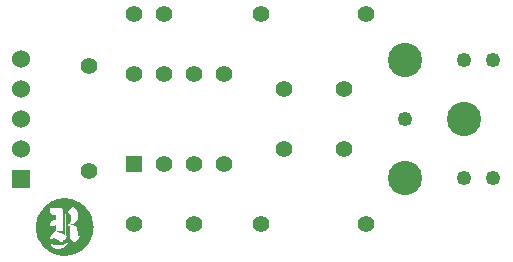
<source format=gts>
G04 (created by PCBNEW (2013-07-07 BZR 4022)-stable) date 1/29/2015 5:28:15 PM*
%MOIN*%
G04 Gerber Fmt 3.4, Leading zero omitted, Abs format*
%FSLAX34Y34*%
G01*
G70*
G90*
G04 APERTURE LIST*
%ADD10C,0.00590551*%
%ADD11C,0.0001*%
%ADD12R,0.055X0.055*%
%ADD13C,0.055*%
%ADD14C,0.114173*%
%ADD15C,0.0492126*%
%ADD16R,0.06X0.06*%
%ADD17C,0.06*%
G04 APERTURE END LIST*
G54D10*
G54D11*
G36*
X78660Y-67588D02*
X78657Y-67670D01*
X78648Y-67751D01*
X78631Y-67832D01*
X78608Y-67911D01*
X78577Y-67989D01*
X78540Y-68064D01*
X78495Y-68137D01*
X78443Y-68206D01*
X78426Y-68227D01*
X78368Y-68288D01*
X78306Y-68344D01*
X78250Y-68386D01*
X78250Y-67859D01*
X78245Y-67851D01*
X78244Y-67850D01*
X78236Y-67841D01*
X78207Y-67870D01*
X78193Y-67884D01*
X78182Y-67893D01*
X78174Y-67898D01*
X78168Y-67900D01*
X78165Y-67900D01*
X78151Y-67897D01*
X78140Y-67886D01*
X78135Y-67876D01*
X78134Y-67870D01*
X78133Y-67856D01*
X78131Y-67837D01*
X78130Y-67813D01*
X78129Y-67787D01*
X78128Y-67762D01*
X78127Y-67728D01*
X78126Y-67701D01*
X78125Y-67679D01*
X78123Y-67662D01*
X78121Y-67649D01*
X78118Y-67638D01*
X78114Y-67628D01*
X78109Y-67619D01*
X78106Y-67614D01*
X78091Y-67593D01*
X78071Y-67575D01*
X78046Y-67560D01*
X78015Y-67548D01*
X77977Y-67538D01*
X77940Y-67532D01*
X77919Y-67529D01*
X77905Y-67526D01*
X77899Y-67524D01*
X77900Y-67521D01*
X77908Y-67516D01*
X77923Y-67510D01*
X77932Y-67506D01*
X77974Y-67488D01*
X78010Y-67470D01*
X78040Y-67452D01*
X78066Y-67433D01*
X78089Y-67413D01*
X78096Y-67406D01*
X78117Y-67380D01*
X78133Y-67354D01*
X78145Y-67325D01*
X78152Y-67292D01*
X78156Y-67254D01*
X78157Y-67222D01*
X78156Y-67183D01*
X78152Y-67150D01*
X78145Y-67120D01*
X78134Y-67094D01*
X78118Y-67067D01*
X78098Y-67040D01*
X78092Y-67033D01*
X78077Y-67017D01*
X78060Y-67000D01*
X78041Y-66982D01*
X78023Y-66966D01*
X78005Y-66952D01*
X77988Y-66940D01*
X77976Y-66932D01*
X77967Y-66928D01*
X77966Y-66928D01*
X77962Y-66931D01*
X77954Y-66939D01*
X77943Y-66951D01*
X77930Y-66966D01*
X77924Y-66972D01*
X77907Y-66992D01*
X77889Y-67012D01*
X77870Y-67031D01*
X77848Y-67052D01*
X77823Y-67074D01*
X77795Y-67099D01*
X77761Y-67128D01*
X77730Y-67154D01*
X77650Y-67220D01*
X77648Y-67133D01*
X77646Y-67098D01*
X77645Y-67070D01*
X77643Y-67048D01*
X77640Y-67030D01*
X77636Y-67016D01*
X77630Y-67005D01*
X77623Y-66995D01*
X77619Y-66990D01*
X77608Y-66978D01*
X77595Y-66969D01*
X77580Y-66962D01*
X77563Y-66958D01*
X77541Y-66955D01*
X77515Y-66954D01*
X77482Y-66955D01*
X77443Y-66957D01*
X77436Y-66958D01*
X77391Y-66961D01*
X77354Y-66963D01*
X77324Y-66964D01*
X77299Y-66964D01*
X77279Y-66963D01*
X77264Y-66960D01*
X77253Y-66957D01*
X77245Y-66952D01*
X77239Y-66946D01*
X77235Y-66938D01*
X77235Y-66938D01*
X77230Y-66928D01*
X77223Y-66924D01*
X77222Y-66924D01*
X77217Y-66926D01*
X77213Y-66931D01*
X77210Y-66941D01*
X77209Y-66957D01*
X77208Y-66979D01*
X77208Y-66992D01*
X77209Y-67036D01*
X77213Y-67075D01*
X77219Y-67109D01*
X77227Y-67136D01*
X77237Y-67157D01*
X77245Y-67167D01*
X77254Y-67175D01*
X77263Y-67181D01*
X77273Y-67186D01*
X77285Y-67190D01*
X77300Y-67192D01*
X77321Y-67194D01*
X77346Y-67195D01*
X77377Y-67196D01*
X77385Y-67199D01*
X77392Y-67204D01*
X77395Y-67207D01*
X77397Y-67211D01*
X77398Y-67218D01*
X77399Y-67227D01*
X77400Y-67242D01*
X77400Y-67261D01*
X77400Y-67288D01*
X77400Y-67290D01*
X77400Y-67368D01*
X77375Y-67368D01*
X77357Y-67369D01*
X77336Y-67370D01*
X77323Y-67372D01*
X77296Y-67378D01*
X77274Y-67388D01*
X77255Y-67403D01*
X77240Y-67422D01*
X77229Y-67447D01*
X77220Y-67478D01*
X77215Y-67515D01*
X77212Y-67559D01*
X77212Y-67588D01*
X77212Y-67652D01*
X77221Y-67652D01*
X77226Y-67651D01*
X77229Y-67648D01*
X77231Y-67642D01*
X77234Y-67629D01*
X77235Y-67620D01*
X77238Y-67600D01*
X77242Y-67585D01*
X77249Y-67574D01*
X77259Y-67565D01*
X77273Y-67560D01*
X77293Y-67556D01*
X77319Y-67554D01*
X77340Y-67553D01*
X77400Y-67551D01*
X77399Y-67645D01*
X77399Y-67676D01*
X77398Y-67701D01*
X77397Y-67720D01*
X77395Y-67734D01*
X77392Y-67746D01*
X77386Y-67755D01*
X77378Y-67763D01*
X77368Y-67772D01*
X77354Y-67783D01*
X77347Y-67788D01*
X77331Y-67800D01*
X77315Y-67813D01*
X77303Y-67823D01*
X77298Y-67828D01*
X77276Y-67852D01*
X77255Y-67883D01*
X77236Y-67917D01*
X77220Y-67953D01*
X77211Y-67976D01*
X77205Y-68005D01*
X77202Y-68039D01*
X77202Y-68074D01*
X77207Y-68109D01*
X77211Y-68129D01*
X77227Y-68173D01*
X77250Y-68212D01*
X77277Y-68248D01*
X77310Y-68277D01*
X77347Y-68301D01*
X77367Y-68310D01*
X77406Y-68322D01*
X77449Y-68329D01*
X77494Y-68332D01*
X77539Y-68329D01*
X77549Y-68328D01*
X77586Y-68319D01*
X77623Y-68306D01*
X77658Y-68289D01*
X77673Y-68280D01*
X77699Y-68260D01*
X77726Y-68236D01*
X77750Y-68208D01*
X77771Y-68180D01*
X77784Y-68159D01*
X77796Y-68133D01*
X77804Y-68110D01*
X77809Y-68086D01*
X77811Y-68060D01*
X77812Y-68037D01*
X77812Y-67992D01*
X77797Y-67992D01*
X77782Y-67992D01*
X77782Y-68031D01*
X77780Y-68062D01*
X77774Y-68087D01*
X77765Y-68109D01*
X77750Y-68130D01*
X77741Y-68140D01*
X77713Y-68165D01*
X77682Y-68184D01*
X77654Y-68195D01*
X77647Y-68197D01*
X77639Y-68198D01*
X77629Y-68200D01*
X77617Y-68200D01*
X77601Y-68201D01*
X77581Y-68202D01*
X77555Y-68202D01*
X77524Y-68202D01*
X77494Y-68202D01*
X77456Y-68202D01*
X77425Y-68202D01*
X77400Y-68201D01*
X77380Y-68201D01*
X77364Y-68200D01*
X77352Y-68199D01*
X77342Y-68197D01*
X77333Y-68196D01*
X77331Y-68195D01*
X77296Y-68184D01*
X77268Y-68169D01*
X77247Y-68151D01*
X77233Y-68130D01*
X77226Y-68104D01*
X77224Y-68084D01*
X77227Y-68056D01*
X77237Y-68032D01*
X77253Y-68012D01*
X77276Y-67996D01*
X77283Y-67993D01*
X77294Y-67988D01*
X77304Y-67985D01*
X77316Y-67983D01*
X77331Y-67982D01*
X77350Y-67982D01*
X77380Y-67983D01*
X77408Y-67987D01*
X77433Y-67995D01*
X77458Y-68007D01*
X77484Y-68023D01*
X77511Y-68044D01*
X77541Y-68072D01*
X77552Y-68083D01*
X77569Y-68099D01*
X77582Y-68111D01*
X77590Y-68117D01*
X77596Y-68120D01*
X77598Y-68119D01*
X77602Y-68115D01*
X77610Y-68106D01*
X77623Y-68092D01*
X77639Y-68074D01*
X77658Y-68052D01*
X77680Y-68027D01*
X77704Y-68000D01*
X77727Y-67975D01*
X77852Y-67835D01*
X77845Y-67825D01*
X77838Y-67815D01*
X77793Y-67862D01*
X77748Y-67910D01*
X77748Y-67727D01*
X77748Y-67544D01*
X77779Y-67544D01*
X77807Y-67546D01*
X77829Y-67553D01*
X77847Y-67564D01*
X77862Y-67582D01*
X77871Y-67600D01*
X77882Y-67622D01*
X77884Y-67796D01*
X77884Y-67840D01*
X77885Y-67876D01*
X77886Y-67906D01*
X77886Y-67930D01*
X77887Y-67950D01*
X77889Y-67965D01*
X77891Y-67977D01*
X77894Y-67986D01*
X77897Y-67994D01*
X77901Y-68001D01*
X77907Y-68007D01*
X77913Y-68014D01*
X77914Y-68016D01*
X77922Y-68023D01*
X77933Y-68034D01*
X77947Y-68047D01*
X77963Y-68061D01*
X77980Y-68076D01*
X77996Y-68090D01*
X78011Y-68103D01*
X78024Y-68114D01*
X78033Y-68121D01*
X78037Y-68124D01*
X78037Y-68124D01*
X78040Y-68120D01*
X78047Y-68111D01*
X78059Y-68098D01*
X78073Y-68080D01*
X78091Y-68058D01*
X78111Y-68034D01*
X78133Y-68007D01*
X78142Y-67996D01*
X78164Y-67969D01*
X78185Y-67943D01*
X78204Y-67920D01*
X78221Y-67900D01*
X78234Y-67884D01*
X78243Y-67872D01*
X78248Y-67866D01*
X78249Y-67865D01*
X78250Y-67859D01*
X78250Y-68386D01*
X78240Y-68394D01*
X78168Y-68438D01*
X78094Y-68475D01*
X78017Y-68506D01*
X77936Y-68530D01*
X77853Y-68547D01*
X77770Y-68557D01*
X77686Y-68560D01*
X77612Y-68556D01*
X77526Y-68544D01*
X77442Y-68524D01*
X77361Y-68497D01*
X77282Y-68464D01*
X77207Y-68423D01*
X77136Y-68377D01*
X77070Y-68324D01*
X77008Y-68265D01*
X76952Y-68201D01*
X76909Y-68143D01*
X76862Y-68067D01*
X76823Y-67990D01*
X76792Y-67909D01*
X76768Y-67827D01*
X76751Y-67744D01*
X76742Y-67660D01*
X76740Y-67575D01*
X76746Y-67490D01*
X76760Y-67406D01*
X76781Y-67322D01*
X76811Y-67240D01*
X76824Y-67208D01*
X76863Y-67130D01*
X76909Y-67057D01*
X76961Y-66988D01*
X77019Y-66924D01*
X77073Y-66874D01*
X77142Y-66820D01*
X77214Y-66773D01*
X77290Y-66733D01*
X77368Y-66700D01*
X77448Y-66674D01*
X77530Y-66655D01*
X77613Y-66644D01*
X77697Y-66640D01*
X77781Y-66644D01*
X77866Y-66655D01*
X77949Y-66673D01*
X78032Y-66700D01*
X78092Y-66724D01*
X78170Y-66763D01*
X78243Y-66809D01*
X78312Y-66861D01*
X78376Y-66919D01*
X78426Y-66973D01*
X78480Y-67042D01*
X78527Y-67113D01*
X78567Y-67188D01*
X78599Y-67265D01*
X78625Y-67344D01*
X78643Y-67424D01*
X78655Y-67506D01*
X78660Y-67588D01*
X78660Y-67588D01*
X78660Y-67588D01*
G37*
G36*
X77723Y-67625D02*
X77723Y-67676D01*
X77723Y-67710D01*
X77722Y-67883D01*
X77706Y-67871D01*
X77653Y-67836D01*
X77598Y-67808D01*
X77542Y-67787D01*
X77484Y-67774D01*
X77460Y-67771D01*
X77411Y-67766D01*
X77429Y-67759D01*
X77455Y-67749D01*
X77487Y-67741D01*
X77521Y-67733D01*
X77555Y-67728D01*
X77587Y-67726D01*
X77615Y-67725D01*
X77623Y-67726D01*
X77648Y-67729D01*
X77648Y-67489D01*
X77648Y-67250D01*
X77685Y-67219D01*
X77722Y-67189D01*
X77723Y-67362D01*
X77723Y-67408D01*
X77723Y-67460D01*
X77723Y-67515D01*
X77723Y-67571D01*
X77723Y-67625D01*
X77723Y-67625D01*
X77723Y-67625D01*
G37*
G36*
X77912Y-67313D02*
X77910Y-67361D01*
X77902Y-67403D01*
X77890Y-67439D01*
X77873Y-67469D01*
X77850Y-67492D01*
X77841Y-67499D01*
X77822Y-67509D01*
X77799Y-67517D01*
X77776Y-67523D01*
X77761Y-67524D01*
X77748Y-67524D01*
X77749Y-67345D01*
X77750Y-67166D01*
X77767Y-67154D01*
X77779Y-67147D01*
X77789Y-67143D01*
X77802Y-67142D01*
X77809Y-67142D01*
X77832Y-67144D01*
X77850Y-67151D01*
X77866Y-67164D01*
X77871Y-67169D01*
X77887Y-67191D01*
X77900Y-67219D01*
X77908Y-67252D01*
X77911Y-67292D01*
X77912Y-67313D01*
X77912Y-67313D01*
X77912Y-67313D01*
G37*
G54D12*
X80000Y-65500D03*
G54D13*
X81000Y-65500D03*
X82000Y-65500D03*
X83000Y-65500D03*
X83000Y-62500D03*
X82000Y-62500D03*
X81000Y-62500D03*
X80000Y-62500D03*
X82000Y-67500D03*
X80000Y-67500D03*
X85000Y-63000D03*
X85000Y-65000D03*
X87000Y-65000D03*
X87000Y-63000D03*
G54D14*
X91000Y-64000D03*
X89031Y-62031D03*
X89031Y-65968D03*
G54D15*
X89031Y-64000D03*
X91000Y-65968D03*
X91000Y-62031D03*
X91984Y-62031D03*
X91984Y-65968D03*
G54D13*
X78500Y-62250D03*
X78500Y-65750D03*
X84250Y-60500D03*
X87750Y-60500D03*
X84250Y-67500D03*
X87750Y-67500D03*
G54D16*
X76250Y-66000D03*
G54D17*
X76250Y-65000D03*
X76250Y-64000D03*
X76250Y-63000D03*
X76250Y-62000D03*
G54D13*
X80000Y-60500D03*
X81000Y-60500D03*
M02*

</source>
